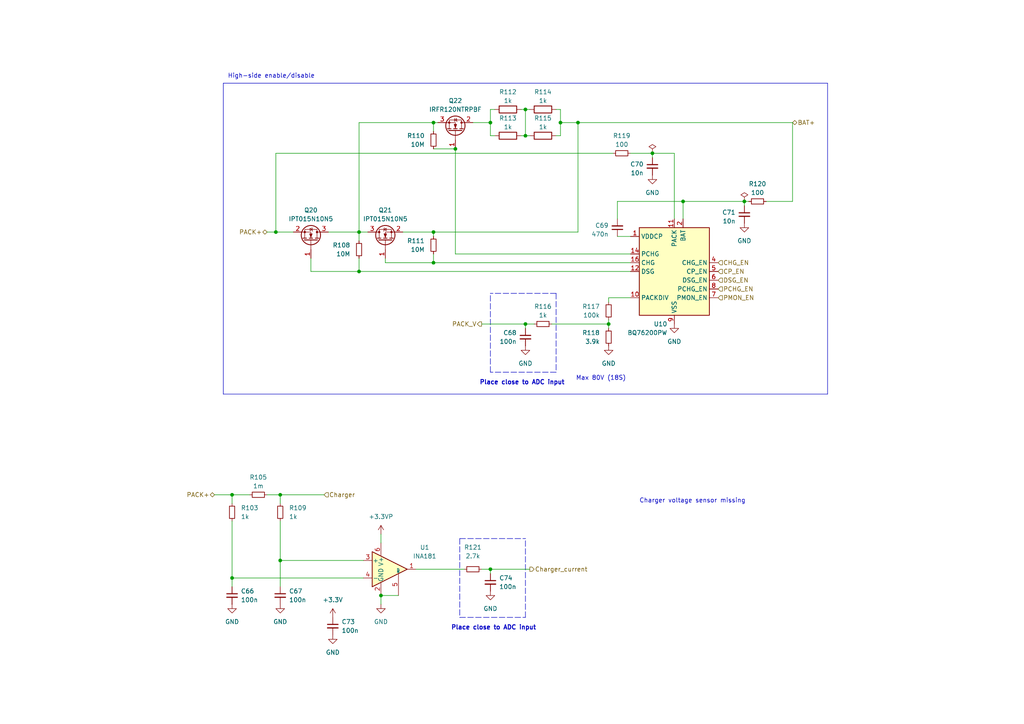
<source format=kicad_sch>
(kicad_sch (version 20231120) (generator "eeschema") (generator_version "8.0")
  (paper "A4")
  (title_block (title "GreenMobi BMS") (date "2024-02-13") (rev "ALPHA") (company "GreenMobi"))
  (lib_symbols
    (symbol "Amplifier_Current:INA181" (pin_names (offset 0.127))
      (property "Reference" "U" (at 3.81 3.81 0))
      (property "Value" "INA181" (at 3.81 -2.54 0))
      (symbol "INA181_0_1"
        (polyline (pts (xy 5.08 0) (xy -5.08 5.08) (xy -5.08 -5.08) (xy 5.08 0)) (stroke (width 0.254)) (fill (type background)))
      )
      (symbol "INA181_1_1"
        (pin output line (at 7.62 0 180) (length 2.54) (name "~") (number "1"))
        (pin power_in line (at -2.54 -7.62 90) (length 3.81) (name "GND") (number "2"))
        (pin input line (at -7.62 2.54 0) (length 2.54) (name "+") (number "3"))
        (pin input line (at -7.62 -2.54 0) (length 2.54) (name "-") (number "4"))
        (pin input line (at 2.54 -7.62 90) (length 6.35) (name "REF") (number "5"))
        (pin power_in line (at -2.54 7.62 270) (length 3.81) (name "V+") (number "6"))
      )
    )
    (symbol "Battery_Management:BQ76200PW"
      (property "Reference" "U" (at -8.89 13.97 0))
      (property "Value" "BQ76200PW" (at 7.62 13.97 0))
      (symbol "BQ76200PW_0_1"
        (rectangle (start -10.16 -12.7) (end 10.16 12.7) (stroke (width 0.254)) (fill (type background)))
      )
      (symbol "BQ76200PW_1_1"
        (pin output line (at 12.7 10.16 180) (length 2.54) (name "VDDCP") (number "1"))
        (pin output line (at 12.7 -7.62 180) (length 2.54) (name "PACKDIV") (number "10"))
        (pin power_in line (at 0 15.24 270) (length 2.54) (name "PACK") (number "11"))
        (pin output line (at 12.7 0 180) (length 2.54) (name "DSG") (number "12"))
        (pin no_connect line (at -10.16 7.62 0) (length 2.54) hide (name "NC") (number "13"))
        (pin output line (at 12.7 5.08 180) (length 2.54) (name "PCHG") (number "14"))
        (pin no_connect line (at -10.16 5.08 0) (length 2.54) hide (name "NC") (number "15"))
        (pin output line (at 12.7 2.54 180) (length 2.54) (name "CHG") (number "16"))
        (pin power_in line (at -2.54 15.24 270) (length 2.54) (name "BAT") (number "2"))
        (pin no_connect line (at -10.16 10.16 0) (length 2.54) hide (name "NC") (number "3"))
        (pin input line (at -12.7 2.54 0) (length 2.54) (name "CHG_EN") (number "4"))
        (pin input line (at -12.7 0 0) (length 2.54) (name "CP_EN") (number "5"))
        (pin input line (at -12.7 -2.54 0) (length 2.54) (name "DSG_EN") (number "6"))
        (pin input line (at -12.7 -7.62 0) (length 2.54) (name "PMON_EN") (number "7"))
        (pin input line (at -12.7 -5.08 0) (length 2.54) (name "PCHG_EN") (number "8"))
        (pin power_in line (at 0 -15.24 90) (length 2.54) (name "VSS") (number "9"))
      )
    )
    (symbol "Device:C_Small" (pin_numbers hide) (pin_names (offset 0.254) hide)
      (property "Reference" "C" (at 0.254 1.778 0))
      (property "Value" "C_Small" (at 0.254 -2.032 0))
      (symbol "C_Small_0_1"
        (polyline (pts (xy -1.524 -0.508) (xy 1.524 -0.508)) (stroke (width 0.3302)))
        (polyline (pts (xy -1.524 0.508) (xy 1.524 0.508)) (stroke (width 0.3048)))
      )
      (symbol "C_Small_1_1"
        (pin passive line (at 0 2.54 270) (length 2.032) (name "~") (number "1"))
        (pin passive line (at 0 -2.54 90) (length 2.032) (name "~") (number "2"))
      )
    )
    (symbol "Device:R" (pin_numbers hide) (pin_names (offset 0))
      (property "Reference" "R" (at 2.032 0 90))
      (property "Value" "R" (at 0 0 90))
      (symbol "R_0_1"
        (rectangle (start -1.016 -2.54) (end 1.016 2.54) (stroke (width 0.254)))
      )
      (symbol "R_1_1"
        (pin passive line (at 0 3.81 270) (length 1.27) (name "~") (number "1"))
        (pin passive line (at 0 -3.81 90) (length 1.27) (name "~") (number "2"))
      )
    )
    (symbol "Device:R_Small" (pin_numbers hide) (pin_names (offset 0.254) hide)
      (property "Reference" "R" (at 0.762 0.508 0))
      (property "Value" "R_Small" (at 0.762 -1.016 0))
      (symbol "R_Small_0_1"
        (rectangle (start -0.762 1.778) (end 0.762 -1.778) (stroke (width 0.2032)))
      )
      (symbol "R_Small_1_1"
        (pin passive line (at 0 2.54 270) (length 0.762) (name "~") (number "1"))
        (pin passive line (at 0 -2.54 90) (length 0.762) (name "~") (number "2"))
      )
    )
    (symbol "GND_1" (power) (pin_numbers hide) (pin_names (offset 0) hide)
      (property "Value" "GND" (at 0 -3.81 0))
      (symbol "GND_1_0_1"
        (polyline (pts (xy 0 0) (xy 0 -1.27) (xy 1.27 -1.27) (xy 0 -2.54) (xy -1.27 -1.27) (xy 0 -1.27)))
      )
      (symbol "GND_1_1_1"
        (pin power_in line (at 0 0 270) (length 0) (name "~") (number "1"))
      )
    )
    (symbol "GND_2" (power) (pin_numbers hide) (pin_names (offset 0) hide)
      (property "Value" "GND" (at 0 -3.81 0))
      (symbol "GND_2_0_1"
        (polyline (pts (xy 0 0) (xy 0 -1.27) (xy 1.27 -1.27) (xy 0 -2.54) (xy -1.27 -1.27) (xy 0 -1.27)))
      )
      (symbol "GND_2_1_1"
        (pin power_in line (at 0 0 270) (length 0) (name "~") (number "1"))
      )
    )
    (symbol "Transistor_FET:IPT015N10N5" (pin_names hide)
      (property "Reference" "Q" (at 5.08 1.905 0))
      (property "Value" "IPT015N10N5" (at 5.08 0 0))
      (symbol "IPT015N10N5_0_1"
        (polyline (pts (xy 0.254 0) (xy -2.54 0)))
        (polyline (pts (xy 0.254 1.905) (xy 0.254 -1.905)) (stroke (width 0.254)))
        (polyline (pts (xy 0.762 -1.27) (xy 0.762 -2.286)) (stroke (width 0.254)))
        (polyline (pts (xy 0.762 0.508) (xy 0.762 -0.508)) (stroke (width 0.254)))
        (polyline (pts (xy 0.762 2.286) (xy 0.762 1.27)) (stroke (width 0.254)))
        (polyline (pts (xy 2.54 2.54) (xy 2.54 1.778)))
        (polyline (pts (xy 2.54 -2.54) (xy 2.54 0) (xy 0.762 0)))
        (polyline (pts (xy 0.762 -1.778) (xy 3.302 -1.778) (xy 3.302 1.778) (xy 0.762 1.778)))
        (polyline (pts (xy 1.016 0) (xy 2.032 0.381) (xy 2.032 -0.381) (xy 1.016 0)) (fill (type outline)))
        (polyline (pts (xy 2.794 0.508) (xy 2.921 0.381) (xy 3.683 0.381) (xy 3.81 0.254)))
        (polyline (pts (xy 3.302 0.381) (xy 2.921 -0.254) (xy 3.683 -0.254) (xy 3.302 0.381)))
        (circle (center 1.651 0) (radius 2.794) (stroke (width 0.254)))
        (circle (center 2.54 -1.778) (radius 0.254) (fill (type outline)))
        (circle (center 2.54 1.778) (radius 0.254) (fill (type outline)))
      )
      (symbol "IPT015N10N5_1_1"
        (pin input line (at -5.08 0 0) (length 2.54) (name "G") (number "1"))
        (pin passive line (at 2.54 -5.08 90) (length 2.54) (name "S") (number "2"))
        (pin passive line (at 2.54 5.08 270) (length 2.54) (name "D") (number "3"))
      )
    )
    (symbol "greenmobi-bms:IRFR120NTRPBF" (pin_names hide)
      (property "Reference" "Q" (at 5.08 1.905 0))
      (property "Value" "IRFR120NTRPBF" (at 5.08 0 0))
      (symbol "IRFR120NTRPBF_0_1"
        (polyline (pts (xy 0.254 0) (xy -2.54 0)))
        (polyline (pts (xy 0.254 1.905) (xy 0.254 -1.905)) (stroke (width 0.254)))
        (polyline (pts (xy 0.762 -1.27) (xy 0.762 -2.286)) (stroke (width 0.254)))
        (polyline (pts (xy 0.762 0.508) (xy 0.762 -0.508)) (stroke (width 0.254)))
        (polyline (pts (xy 0.762 2.286) (xy 0.762 1.27)) (stroke (width 0.254)))
        (polyline (pts (xy 2.54 2.54) (xy 2.54 1.778)))
        (polyline (pts (xy 2.54 -2.54) (xy 2.54 0) (xy 0.762 0)))
        (polyline (pts (xy 0.762 -1.778) (xy 3.302 -1.778) (xy 3.302 1.778) (xy 0.762 1.778)))
        (polyline (pts (xy 1.016 0) (xy 2.032 0.381) (xy 2.032 -0.381) (xy 1.016 0)) (fill (type outline)))
        (polyline (pts (xy 2.794 0.508) (xy 2.921 0.381) (xy 3.683 0.381) (xy 3.81 0.254)))
        (polyline (pts (xy 3.302 0.381) (xy 2.921 -0.254) (xy 3.683 -0.254) (xy 3.302 0.381)))
        (circle (center 1.651 0) (radius 2.794) (stroke (width 0.254)))
        (circle (center 2.54 -1.778) (radius 0.254) (fill (type outline)))
        (circle (center 2.54 1.778) (radius 0.254) (fill (type outline)))
      )
      (symbol "IRFR120NTRPBF_1_1"
        (pin input line (at -5.08 0 0) (length 2.54) (name "G") (number "1"))
        (pin passive line (at 2.54 5.08 270) (length 2.54) (name "D") (number "2"))
        (pin passive line (at 2.54 -5.08 90) (length 2.54) (name "S") (number "3"))
      )
    )
    (symbol "power:+3.3V" (power) (pin_names (offset 0))
      (property "Value" "+3.3V" (at 0 3.556 0))
      (symbol "+3.3V_0_1"
        (polyline (pts (xy -0.762 1.27) (xy 0 2.54)))
        (polyline (pts (xy 0 0) (xy 0 2.54)))
        (polyline (pts (xy 0 2.54) (xy 0.762 1.27)))
      )
      (symbol "+3.3V_1_1"
        (pin power_in line (at 0 0 90) (length 0) hide (name "+3.3V") (number "1"))
      )
    )
    (symbol "power:+3.3VP" (power) (pin_names (offset 0))
      (property "Value" "+3.3VP" (at 0 2.54 0))
      (symbol "+3.3VP_0_0"
        (pin power_in line (at 0 0 90) (length 0) hide (name "+3.3VP") (number "1"))
      )
      (symbol "+3.3VP_0_1"
        (polyline (pts (xy -0.762 1.27) (xy 0 2.54)))
        (polyline (pts (xy 0 0) (xy 0 2.54)))
        (polyline (pts (xy 0 2.54) (xy 0.762 1.27)))
      )
    )
    (symbol "power:GND" (power) (pin_names (offset 0))
      (property "Value" "GND" (at 0 -3.81 0))
      (symbol "GND_0_1"
        (polyline (pts (xy 0 0) (xy 0 -1.27) (xy 1.27 -1.27) (xy 0 -2.54) (xy -1.27 -1.27) (xy 0 -1.27)))
      )
      (symbol "GND_1_1"
        (pin power_in line (at 0 0 270) (length 0) hide (name "GND") (number "1"))
      )
    )
    (symbol "power:PWR_FLAG" (power) (pin_numbers hide) (pin_names (offset 0) hide)
      (property "Value" "PWR_FLAG" (at 0 3.81 0))
      (symbol "PWR_FLAG_0_0"
        (pin power_out line (at 0 0 90) (length 0) (name "pwr") (number "1"))
      )
      (symbol "PWR_FLAG_0_1"
        (polyline (pts (xy 0 0) (xy 0 1.27) (xy -1.016 1.905) (xy 0 2.54) (xy 1.016 1.905) (xy 0 1.27)))
      )
    )
  )
  (junction (at 110.49 172.72))
  (junction (at 132.08 43.18))
  (junction (at 167.64 35.56))
  (junction (at 152.4 31.75))
  (junction (at 215.9 58.42))
  (junction (at 142.24 165.1))
  (junction (at 176.53 93.98))
  (junction (at 80.01 67.31))
  (junction (at 81.28 162.56))
  (junction (at 67.31 143.51))
  (junction (at 162.56 35.56))
  (junction (at 104.14 67.31))
  (junction (at 67.31 167.64))
  (junction (at 152.4 93.98))
  (junction (at 104.14 78.74))
  (junction (at 152.4 39.37))
  (junction (at 125.73 35.56))
  (junction (at 142.24 35.56))
  (junction (at 125.73 76.2))
  (junction (at 81.28 143.51))
  (junction (at 189.23 44.45))
  (junction (at 125.73 67.31))
  (junction (at 198.12 58.42))
  (wire (pts (xy 179.07 63.5) (xy 179.07 58.42)))
  (wire (pts (xy 104.14 35.56) (xy 104.14 67.31)))
  (wire (pts (xy 152.4 93.98) (xy 139.7 93.98)))
  (wire (pts (xy 215.9 58.42) (xy 217.17 58.42)))
  (wire (pts (xy 106.68 67.31) (xy 104.14 67.31)))
  (polyline (pts (xy 161.29 107.95) (xy 142.24 107.95)) (stroke (width 0) (type dash)))
  (wire (pts (xy 62.23 143.51) (xy 67.31 143.51)))
  (wire (pts (xy 167.64 35.56) (xy 162.56 35.56)))
  (wire (pts (xy 152.4 93.98) (xy 152.4 95.25)))
  (wire (pts (xy 81.28 143.51) (xy 81.28 146.05)))
  (wire (pts (xy 162.56 39.37) (xy 161.29 39.37)))
  (wire (pts (xy 162.56 35.56) (xy 162.56 39.37)))
  (wire (pts (xy 77.47 67.31) (xy 80.01 67.31)))
  (wire (pts (xy 142.24 31.75) (xy 142.24 35.56)))
  (wire (pts (xy 152.4 31.75) (xy 151.13 31.75)))
  (wire (pts (xy 67.31 167.64) (xy 67.31 170.18)))
  (wire (pts (xy 176.53 87.63) (xy 176.53 86.36)))
  (wire (pts (xy 182.88 86.36) (xy 176.53 86.36)))
  (polyline (pts (xy 133.35 179.07) (xy 152.4 179.07)) (stroke (width 0) (type dash)))
  (polyline (pts (xy 161.29 85.09) (xy 142.24 85.09)) (stroke (width 0) (type dash)))
  (wire (pts (xy 67.31 167.64) (xy 105.41 167.64)))
  (polyline (pts (xy 152.4 179.07) (xy 152.4 156.21)) (stroke (width 0) (type dash)))
  (wire (pts (xy 125.73 35.56) (xy 125.73 38.1)))
  (wire (pts (xy 229.87 35.56) (xy 167.64 35.56)))
  (wire (pts (xy 110.49 172.72) (xy 115.57 172.72)))
  (wire (pts (xy 215.9 58.42) (xy 198.12 58.42)))
  (wire (pts (xy 111.76 74.93) (xy 111.76 76.2)))
  (wire (pts (xy 120.65 165.1) (xy 134.62 165.1)))
  (polyline (pts (xy 64.77 24.13) (xy 240.03 24.13)))
  (polyline (pts (xy 64.77 24.13) (xy 64.77 114.3)))
  (polyline (pts (xy 133.35 156.21) (xy 133.35 179.07)) (stroke (width 0) (type dash)))
  (wire (pts (xy 110.49 154.94) (xy 110.49 157.48)))
  (wire (pts (xy 143.51 39.37) (xy 142.24 39.37)))
  (wire (pts (xy 167.64 67.31) (xy 125.73 67.31)))
  (wire (pts (xy 142.24 165.1) (xy 142.24 166.37)))
  (wire (pts (xy 195.58 44.45) (xy 195.58 63.5)))
  (wire (pts (xy 179.07 68.58) (xy 182.88 68.58)))
  (polyline (pts (xy 133.35 156.21) (xy 152.4 156.21)) (stroke (width 0) (type dash)))
  (wire (pts (xy 152.4 31.75) (xy 152.4 39.37)))
  (wire (pts (xy 179.07 58.42) (xy 198.12 58.42)))
  (wire (pts (xy 81.28 162.56) (xy 105.41 162.56)))
  (wire (pts (xy 81.28 162.56) (xy 81.28 170.18)))
  (wire (pts (xy 176.53 93.98) (xy 176.53 95.25)))
  (wire (pts (xy 229.87 58.42) (xy 222.25 58.42)))
  (wire (pts (xy 143.51 31.75) (xy 142.24 31.75)))
  (wire (pts (xy 104.14 67.31) (xy 104.14 69.85)))
  (wire (pts (xy 125.73 76.2) (xy 111.76 76.2)))
  (polyline (pts (xy 240.03 114.3) (xy 240.03 24.13)))
  (wire (pts (xy 90.17 74.93) (xy 90.17 78.74)))
  (wire (pts (xy 161.29 31.75) (xy 162.56 31.75)))
  (polyline (pts (xy 142.24 107.95) (xy 142.24 85.09)) (stroke (width 0) (type dash)))
  (wire (pts (xy 85.09 67.31) (xy 80.01 67.31)))
  (wire (pts (xy 176.53 92.71) (xy 176.53 93.98)))
  (wire (pts (xy 81.28 143.51) (xy 93.98 143.51)))
  (wire (pts (xy 125.73 67.31) (xy 116.84 67.31)))
  (wire (pts (xy 215.9 59.69) (xy 215.9 58.42)))
  (wire (pts (xy 142.24 39.37) (xy 142.24 35.56)))
  (wire (pts (xy 90.17 78.74) (xy 104.14 78.74)))
  (wire (pts (xy 153.67 39.37) (xy 152.4 39.37)))
  (wire (pts (xy 229.87 35.56) (xy 229.87 58.42)))
  (polyline (pts (xy 161.29 85.09) (xy 161.29 107.95)) (stroke (width 0) (type dash)))
  (wire (pts (xy 77.47 143.51) (xy 81.28 143.51)))
  (wire (pts (xy 80.01 44.45) (xy 177.8 44.45)))
  (wire (pts (xy 127 35.56) (xy 125.73 35.56)))
  (wire (pts (xy 132.08 43.18) (xy 125.73 43.18)))
  (wire (pts (xy 110.49 172.72) (xy 110.49 175.26)))
  (wire (pts (xy 154.94 93.98) (xy 152.4 93.98)))
  (wire (pts (xy 139.7 165.1) (xy 142.24 165.1)))
  (wire (pts (xy 81.28 151.13) (xy 81.28 162.56)))
  (wire (pts (xy 125.73 67.31) (xy 125.73 68.58)))
  (wire (pts (xy 132.08 73.66) (xy 182.88 73.66)))
  (wire (pts (xy 152.4 39.37) (xy 151.13 39.37)))
  (wire (pts (xy 162.56 31.75) (xy 162.56 35.56)))
  (wire (pts (xy 142.24 165.1) (xy 153.67 165.1)))
  (wire (pts (xy 182.88 76.2) (xy 125.73 76.2)))
  (wire (pts (xy 104.14 67.31) (xy 95.25 67.31)))
  (wire (pts (xy 176.53 93.98) (xy 160.02 93.98)))
  (wire (pts (xy 67.31 151.13) (xy 67.31 167.64)))
  (wire (pts (xy 132.08 43.18) (xy 132.08 73.66)))
  (wire (pts (xy 189.23 44.45) (xy 195.58 44.45)))
  (wire (pts (xy 189.23 45.72) (xy 189.23 44.45)))
  (wire (pts (xy 125.73 73.66) (xy 125.73 76.2)))
  (wire (pts (xy 104.14 74.93) (xy 104.14 78.74)))
  (wire (pts (xy 67.31 143.51) (xy 67.31 146.05)))
  (wire (pts (xy 198.12 63.5) (xy 198.12 58.42)))
  (wire (pts (xy 153.67 31.75) (xy 152.4 31.75)))
  (wire (pts (xy 167.64 35.56) (xy 167.64 67.31)))
  (wire (pts (xy 104.14 35.56) (xy 125.73 35.56)))
  (polyline (pts (xy 64.77 114.3) (xy 240.03 114.3)))
  (wire (pts (xy 142.24 35.56) (xy 137.16 35.56)))
  (wire (pts (xy 182.88 78.74) (xy 104.14 78.74)))
  (wire (pts (xy 80.01 44.45) (xy 80.01 67.31)))
  (wire (pts (xy 189.23 44.45) (xy 182.88 44.45)))
  (wire (pts (xy 67.31 143.51) (xy 72.39 143.51)))
  (text "High-side enable/disable" (at 66.04 22.86 0) (effects (font (size 1.27 1.27)) (justify left bottom)))
  (text "Max 80V (18S)" (at 181.61 110.49 0) (effects (font (size 1.27 1.27)) (justify right bottom)))
  (text "Place close to ADC input" (at 130.81 182.88 0) (effects (font (size 1.27 1.27) (bold yes)) (justify left bottom)))
  (text "Place close to ADC input" (at 163.83 111.76 0) (effects (font (size 1.27 1.27) (bold yes)) (justify right bottom)))
  (text "Charger voltage sensor missing" (at 185.42 146.05 0) (effects (font (size 1.27 1.27)) (justify left bottom)))
  (hierarchical_label "CP_EN" (shape input) (at 208.28 78.74 0))
  (hierarchical_label "PACK+" (shape bidirectional) (at 77.47 67.31 180))
  (hierarchical_label "CHG_EN" (shape input) (at 208.28 76.2 0))
  (hierarchical_label "Charger_current" (shape output) (at 153.67 165.1 0))
  (hierarchical_label "PACK+" (shape bidirectional) (at 62.23 143.51 180))
  (hierarchical_label "PMON_EN" (shape input) (at 208.28 86.36 0))
  (hierarchical_label "BAT+" (shape bidirectional) (at 229.87 35.56 0))
  (hierarchical_label "Charger" (shape input) (at 93.98 143.51 0))
  (hierarchical_label "DSG_EN" (shape input) (at 208.28 81.28 0))
  (hierarchical_label "PACK_V" (shape output) (at 139.7 93.98 180))
  (hierarchical_label "PCHG_EN" (shape input) (at 208.28 83.82 0))
  (symbol (lib_id "Device:R_Small") (at 67.31 148.59 0) (unit 1)
    (property "Reference" "R103" (at 69.85 147.3199 0) (effects (justify left)))
    (property "Value" "1k" (at 69.85 149.8599 0) (effects (justify left)))
    (property "Description" "Resistor, small symbol" (effects (hide yes)))
  )
  (symbol (lib_id "power:GND") (at 176.53 100.33 0) (mirror y) (unit 1)
    (property "Reference" "#PWR0107" (effects (hide yes)))
    (property "Value" "GND" (at 176.53 105.41 0))
  )
  (symbol (lib_id "Device:R") (at 147.32 39.37 270) (mirror x) (unit 1)
    (property "Reference" "R113" (at 147.32 34.29 90))
    (property "Value" "1k" (at 147.32 36.83 90))
    (property "Footprint" "Resistor_SMD:R_2512_6332Metric" (effects (hide yes)))
  )
  (symbol (lib_id "Device:R_Small") (at 137.16 165.1 90) (unit 1)
    (property "Reference" "R121" (at 137.16 158.75 90))
    (property "Value" "2.7k" (at 137.16 161.29 90))
  )
  (symbol (lib_id "Device:R_Small") (at 176.53 97.79 0) (mirror y) (unit 1)
    (property "Reference" "R118" (at 173.99 96.52 0) (effects (justify left)))
    (property "Value" "3.9k" (at 173.99 99.06 0) (effects (justify left)))
  )
  (symbol (lib_id "power:GND") (at 152.4 100.33 0) (mirror y) (unit 1)
    (property "Reference" "#PWR0106" (effects (hide yes)))
    (property "Value" "GND" (at 152.4 105.41 0))
  )
  (symbol (lib_id "Device:R_Small") (at 125.73 71.12 0) (mirror y) (unit 1)
    (property "Reference" "R111" (at 123.19 69.85 0) (effects (justify left)))
    (property "Value" "10M" (at 123.19 72.39 0) (effects (justify left)))
  )
  (symbol (lib_id "Device:R_Small") (at 180.34 44.45 270) (mirror x) (unit 1)
    (property "Reference" "R119" (at 180.34 39.37 90))
    (property "Value" "100" (at 180.34 41.91 90))
  )
  (symbol (lib_id "Amplifier_Current:INA181") (at 113.03 165.1 0) (unit 1)
    (property "Reference" "U1" (at 123.19 158.7814 0))
    (property "Value" "INA181" (at 123.19 161.3214 0))
    (property "Footprint" "Package_TO_SOT_SMD:SOT-23-6" (effects (hide yes)))
    (property "Datasheet" "http://www.ti.com/lit/ds/symlink/ina181.pdf" (effects (hide yes)))
    (property "Description" "Bidirectional, Low- and High-Side Voltage Output, Current-Sense Amplifier, SOT-23-6" (effects (hide yes)))
    (property "LCSC" "C2058784" (effects (hide yes)))
  )
  (symbol (lib_name "GND_1") (lib_id "power:GND") (at 81.28 175.26 0) (unit 1)
    (property "Reference" "#PWR093" (effects (hide yes)))
    (property "Value" "GND" (at 81.28 180.34 0))
    (property "Description" "Power symbol creates a global label with name \"GND\" , ground" (effects (hide yes)))
  )
  (symbol (lib_id "Device:R") (at 157.48 31.75 270) (mirror x) (unit 1)
    (property "Reference" "R114" (at 157.48 26.67 90))
    (property "Value" "1k" (at 157.48 29.21 90))
    (property "Footprint" "Resistor_SMD:R_2512_6332Metric" (effects (hide yes)))
  )
  (symbol (lib_id "Device:C_Small") (at 81.28 172.72 0) (unit 1)
    (property "Reference" "C67" (at 83.82 171.4562 0) (effects (justify left)))
    (property "Value" "100n" (at 83.82 173.9962 0) (effects (justify left)))
    (property "Footprint" "Capacitor_SMD:C_0402_1005Metric" (effects (hide yes)))
    (property "Description" "Unpolarized capacitor, small symbol" (effects (hide yes)))
  )
  (symbol (lib_id "Device:R") (at 147.32 31.75 270) (mirror x) (unit 1)
    (property "Reference" "R112" (at 147.32 26.67 90))
    (property "Value" "1k" (at 147.32 29.21 90))
    (property "Footprint" "Resistor_SMD:R_2512_6332Metric" (effects (hide yes)))
  )
  (symbol (lib_id "Device:R") (at 157.48 39.37 270) (mirror x) (unit 1)
    (property "Reference" "R115" (at 157.48 34.29 90))
    (property "Value" "1k" (at 157.48 36.83 90))
    (property "Footprint" "Resistor_SMD:R_2512_6332Metric" (effects (hide yes)))
  )
  (symbol (lib_id "power:GND") (at 110.49 175.26 0) (unit 1)
    (property "Reference" "#PWR0125" (effects (hide yes)))
    (property "Value" "GND" (at 110.49 180.34 0))
  )
  (symbol (lib_id "Transistor_FET:IPT015N10N5") (at 111.76 69.85 90) (unit 1)
    (property "Reference" "Q21" (at 111.76 60.96 90))
    (property "Value" "IPT015N10N5" (at 111.76 63.5 90))
    (property "Footprint" "Package_TO_SOT_SMD:Infineon_PG-HSOF-8-1" (effects (hide yes)))
    (property "Datasheet" "http://www.infineon.com/dgdl/Infineon-IPT015N10N5-DS-v02_01-EN.pdf?fileId=5546d4624a75e5f1014ac94680661aff" (effects (hide yes)))
    (property "LCSC" "C108964" (effects (hide yes)))
    (property "Alternate" "C2979263" (effects (hide yes)))
  )
  (symbol (lib_id "Device:C_Small") (at 67.31 172.72 0) (unit 1)
    (property "Reference" "C66" (at 69.85 171.4562 0) (effects (justify left)))
    (property "Value" "100n" (at 69.85 173.9962 0) (effects (justify left)))
    (property "Footprint" "Capacitor_SMD:C_0402_1005Metric" (effects (hide yes)))
    (property "Description" "Unpolarized capacitor, small symbol" (effects (hide yes)))
  )
  (symbol (lib_id "power:+3.3VP") (at 110.49 154.94 0) (unit 1)
    (property "Reference" "#PWR0105" (effects (hide yes)))
    (property "Value" "+3.3VP" (at 110.49 149.86 0))
  )
  (symbol (lib_id "Device:R_Small") (at 219.71 58.42 270) (mirror x) (unit 1)
    (property "Reference" "R120" (at 219.71 53.34 90))
    (property "Value" "100" (at 219.71 55.88 90))
  )
  (symbol (lib_id "power:PWR_FLAG") (at 215.9 58.42 0) (unit 1)
    (property "Reference" "#FLG09" (effects (hide yes)))
    (property "Value" "PWR_FLAG" (effects (hide yes)))
  )
  (symbol (lib_id "Device:C_Small") (at 189.23 48.26 0) (mirror y) (unit 1)
    (property "Reference" "C70" (at 186.69 47.6313 0) (effects (justify left)))
    (property "Value" "10n" (at 186.69 50.1713 0) (effects (justify left)))
  )
  (symbol (lib_id "Device:R_Small") (at 176.53 90.17 0) (mirror y) (unit 1)
    (property "Reference" "R117" (at 173.99 88.9 0) (effects (justify left)))
    (property "Value" "100k" (at 173.99 91.44 0) (effects (justify left)))
  )
  (symbol (lib_id "Battery_Management:BQ76200PW") (at 195.58 78.74 0) (mirror y) (unit 1)
    (property "Reference" "U10" (at 193.5606 93.98 0) (effects (justify left)))
    (property "Value" "BQ76200PW" (at 193.5606 96.52 0) (effects (justify left)))
    (property "Footprint" "Package_SO:TSSOP-16_4.4x5mm_P0.65mm" (effects (hide yes)))
    (property "Datasheet" "http://www.ti.com/lit/ds/symlink/bq76200.pdf" (effects (hide yes)))
  )
  (symbol (lib_id "Device:C_Small") (at 152.4 97.79 0) (mirror y) (unit 1)
    (property "Reference" "C68" (at 149.86 96.5263 0) (effects (justify left)))
    (property "Value" "100n" (at 149.86 99.0663 0) (effects (justify left)))
    (property "Footprint" "Capacitor_SMD:C_0402_1005Metric" (effects (hide yes)))
  )
  (symbol (lib_id "Device:R_Small") (at 125.73 40.64 0) (mirror y) (unit 1)
    (property "Reference" "R110" (at 123.19 39.37 0) (effects (justify left)))
    (property "Value" "10M" (at 123.19 41.91 0) (effects (justify left)))
  )
  (symbol (lib_id "power:PWR_FLAG") (at 189.23 44.45 0) (unit 1)
    (property "Reference" "#FLG08" (effects (hide yes)))
    (property "Value" "PWR_FLAG" (effects (hide yes)))
  )
  (symbol (lib_id "Device:C_Small") (at 96.52 181.61 0) (unit 1)
    (property "Reference" "C73" (at 99.06 180.3462 0) (effects (justify left)))
    (property "Value" "100n" (at 99.06 182.8862 0) (effects (justify left)))
    (property "Footprint" "Capacitor_SMD:C_0402_1005Metric" (effects (hide yes)))
  )
  (symbol (lib_id "power:GND") (at 142.24 171.45 0) (unit 1)
    (property "Reference" "#PWR0126" (effects (hide yes)))
    (property "Value" "GND" (at 142.24 176.53 0))
  )
  (symbol (lib_id "Device:C_Small") (at 142.24 168.91 0) (unit 1)
    (property "Reference" "C74" (at 144.78 167.6462 0) (effects (justify left)))
    (property "Value" "100n" (at 144.78 170.1862 0) (effects (justify left)))
    (property "Footprint" "Capacitor_SMD:C_0402_1005Metric" (effects (hide yes)))
  )
  (symbol (lib_name "GND_2") (lib_id "power:GND") (at 67.31 175.26 0) (unit 1)
    (property "Reference" "#PWR03" (effects (hide yes)))
    (property "Value" "GND" (at 67.31 180.34 0))
    (property "Description" "Power symbol creates a global label with name \"GND\" , ground" (effects (hide yes)))
  )
  (symbol (lib_id "power:GND") (at 195.58 93.98 0) (mirror y) (unit 1)
    (property "Reference" "#PWR0109" (effects (hide yes)))
    (property "Value" "GND" (at 195.58 99.06 0))
  )
  (symbol (lib_id "Device:C_Small") (at 215.9 62.23 0) (mirror y) (unit 1)
    (property "Reference" "C71" (at 213.36 61.6013 0) (effects (justify left)))
    (property "Value" "10n" (at 213.36 64.1413 0) (effects (justify left)))
  )
  (symbol (lib_id "Device:R_Small") (at 104.14 72.39 0) (mirror y) (unit 1)
    (property "Reference" "R108" (at 101.6 71.12 0) (effects (justify left)))
    (property "Value" "10M" (at 101.6 73.66 0) (effects (justify left)))
  )
  (symbol (lib_id "power:GND") (at 96.52 184.15 0) (unit 1)
    (property "Reference" "#PWR0104" (effects (hide yes)))
    (property "Value" "GND" (at 96.52 189.23 0))
  )
  (symbol (lib_id "greenmobi-bms:IRFR120NTRPBF") (at 132.08 38.1 270) (mirror x) (unit 1)
    (property "Reference" "Q22" (at 132.08 29.21 90))
    (property "Value" "IRFR120NTRPBF" (at 132.08 31.75 90))
    (property "Footprint" "Package_TO_SOT_SMD:TO-252-2" (effects (hide yes)))
    (property "Datasheet" "https://www.infineon.com/dgdl/irfr120npbf.pdf?fileId=5546d462533600a40153562d2620204d" (effects (hide yes)))
  )
  (symbol (lib_id "Device:R_Small") (at 81.28 148.59 0) (unit 1)
    (property "Reference" "R109" (at 83.82 147.3199 0) (effects (justify left)))
    (property "Value" "1k" (at 83.82 149.8599 0) (effects (justify left)))
    (property "Description" "Resistor, small symbol" (effects (hide yes)))
  )
  (symbol (lib_id "Device:R_Small") (at 74.93 143.51 90) (unit 1)
    (property "Reference" "R105" (at 74.93 138.43 90))
    (property "Value" "1m" (at 74.93 140.97 90))
    (property "Description" "Resistor, small symbol" (effects (hide yes)))
    (property "LCSC" "C5224158" (effects (hide yes)))
  )
  (symbol (lib_id "Transistor_FET:IPT015N10N5") (at 90.17 69.85 270) (mirror x) (unit 1)
    (property "Reference" "Q20" (at 90.17 60.96 90))
    (property "Value" "IPT015N10N5" (at 90.17 63.5 90))
    (property "Footprint" "Package_TO_SOT_SMD:Infineon_PG-HSOF-8-1" (effects (hide yes)))
    (property "Datasheet" "http://www.infineon.com/dgdl/Infineon-IPT015N10N5-DS-v02_01-EN.pdf?fileId=5546d4624a75e5f1014ac94680661aff" (effects (hide yes)))
    (property "LCSC" "C108964" (effects (hide yes)))
    (property "Alternate" "C2979263" (effects (hide yes)))
  )
  (symbol (lib_id "Device:C_Small") (at 179.07 66.04 0) (mirror x) (unit 1)
    (property "Reference" "C69" (at 176.53 65.3986 0) (effects (justify right)))
    (property "Value" "470n" (at 176.53 67.9386 0) (effects (justify right)))
  )
  (symbol (lib_id "Device:R_Small") (at 157.48 93.98 270) (mirror x) (unit 1)
    (property "Reference" "R116" (at 157.48 88.9 90))
    (property "Value" "1k" (at 157.48 91.44 90))
  )
  (symbol (lib_id "power:GND") (at 215.9 64.77 0) (mirror y) (unit 1)
    (property "Reference" "#PWR0110" (effects (hide yes)))
    (property "Value" "GND" (at 215.9 69.85 0))
  )
  (symbol (lib_id "power:GND") (at 189.23 50.8 0) (mirror y) (unit 1)
    (property "Reference" "#PWR0108" (effects (hide yes)))
    (property "Value" "GND" (at 189.23 55.88 0))
  )
  (symbol (lib_id "power:+3.3V") (at 96.52 179.07 0) (unit 1)
    (property "Reference" "#PWR0102" (effects (hide yes)))
    (property "Value" "+3.3V" (at 96.52 173.99 0))
  )
)
</source>
